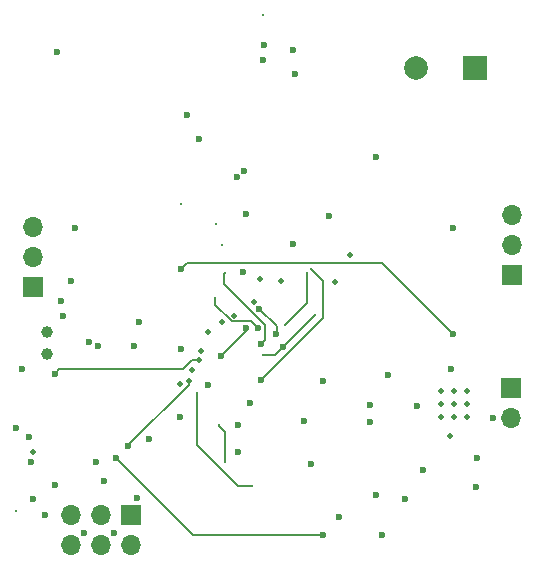
<source format=gbr>
%TF.GenerationSoftware,KiCad,Pcbnew,8.0.5*%
%TF.CreationDate,2024-10-25T00:02:52-07:00*%
%TF.ProjectId,Vanguard_new,56616e67-7561-4726-945f-6e65772e6b69,rev?*%
%TF.SameCoordinates,Original*%
%TF.FileFunction,Copper,L3,Inr*%
%TF.FilePolarity,Positive*%
%FSLAX46Y46*%
G04 Gerber Fmt 4.6, Leading zero omitted, Abs format (unit mm)*
G04 Created by KiCad (PCBNEW 8.0.5) date 2024-10-25 00:02:52*
%MOMM*%
%LPD*%
G01*
G04 APERTURE LIST*
%TA.AperFunction,ComponentPad*%
%ADD10O,1.700000X1.700000*%
%TD*%
%TA.AperFunction,ComponentPad*%
%ADD11R,1.700000X1.700000*%
%TD*%
%TA.AperFunction,ComponentPad*%
%ADD12C,1.000000*%
%TD*%
%TA.AperFunction,HeatsinkPad*%
%ADD13C,0.500000*%
%TD*%
%TA.AperFunction,ComponentPad*%
%ADD14C,2.000000*%
%TD*%
%TA.AperFunction,ComponentPad*%
%ADD15R,2.000000X2.000000*%
%TD*%
%TA.AperFunction,ViaPad*%
%ADD16C,0.600000*%
%TD*%
%TA.AperFunction,ViaPad*%
%ADD17C,0.500000*%
%TD*%
%TA.AperFunction,ViaPad*%
%ADD18C,0.300000*%
%TD*%
%TA.AperFunction,Conductor*%
%ADD19C,0.200000*%
%TD*%
G04 APERTURE END LIST*
D10*
%TO.N,GND*%
%TO.C,J6*%
X378459520Y-19590063D03*
D11*
%TO.N,VBUS_out*%
X378459520Y-17050063D03*
%TD*%
%TO.N,RST*%
%TO.C,J2*%
X346298854Y-27867491D03*
D10*
%TO.N,Net-(J2-Pin_2)*%
X346298854Y-30407491D03*
%TO.N,Net-(J2-Pin_3)*%
X343758854Y-27867491D03*
%TO.N,UPDI*%
X343758854Y-30407491D03*
%TO.N,GND*%
X341218854Y-27867491D03*
%TO.N,Net-(J2-Pin_6)*%
X341218854Y-30407491D03*
%TD*%
D12*
%TO.N,Net-(U6-XOUT32{slash}CLKSEL1)*%
%TO.C,Y1*%
X339162500Y-12340000D03*
%TO.N,Net-(U6-XIN32)*%
X339162500Y-14240000D03*
%TD*%
D10*
%TO.N,GND*%
%TO.C,J4*%
X378500000Y-2445001D03*
%TO.N,+5V*%
X378500000Y-4985000D03*
D11*
%TO.N,STAR_SERVO*%
X378500000Y-7525000D03*
%TD*%
D10*
%TO.N,GND*%
%TO.C,J5*%
X338000000Y-3460001D03*
%TO.N,+5V*%
X338000000Y-6000000D03*
D11*
%TO.N,PORT_SERVO*%
X338000000Y-8540000D03*
%TD*%
D13*
%TO.N,unconnected-(U8-PAD-Pad17)*%
%TO.C,U8*%
X372494733Y-19550000D03*
X374694733Y-19550000D03*
X373594733Y-19549999D03*
X372494734Y-18450000D03*
X373594733Y-18450000D03*
X374694732Y-18450000D03*
X373594733Y-17350001D03*
X372494733Y-17350000D03*
X374694733Y-17350000D03*
%TD*%
D14*
%TO.N,Net-(BZ1--)*%
%TO.C,BZ1*%
X370370785Y10000000D03*
D15*
%TO.N,+5V*%
X375370785Y10000000D03*
%TD*%
D16*
%TO.N,Net-(J2-Pin_6)*%
X350391145Y-19500000D03*
%TO.N,RST*%
X359110624Y-13610624D03*
%TO.N,VBUS_out*%
X338000000Y-26500000D03*
%TO.N,GND*%
X336550000Y-20500000D03*
X337638854Y-21197491D03*
D17*
%TO.N,VBUS_out*%
X338000000Y-22500000D03*
D16*
%TO.N,SDA*%
X358500000Y-12500000D03*
X357130294Y-10400000D03*
D18*
%TO.N,TX0*%
X361146447Y-7353553D03*
X359285176Y-11714824D03*
D17*
%TO.N,SDA*%
X356673997Y-9828427D03*
D16*
%TO.N,GND*%
X363000000Y-2500000D03*
D17*
%TO.N,SCL*%
X358987826Y-7999697D03*
D16*
X340375735Y-9713235D03*
%TO.N,SDA*%
X340500000Y-11000000D03*
D18*
%TO.N,UPDI*%
X354199123Y-7353553D03*
D16*
X357298854Y-13357492D03*
%TO.N,GND*%
X368000000Y-16000000D03*
X355992540Y-2343687D03*
X355741403Y-7233386D03*
X337000000Y-15500000D03*
X342742500Y-13160000D03*
%TO.N,RST*%
X346950000Y-11500000D03*
X343500000Y-13500000D03*
%TO.N,GND*%
X341162500Y-8062500D03*
D18*
%TO.N,RST*%
X353379891Y-9500000D03*
D16*
X357009999Y-12000000D03*
%TO.N,Net-(D2-K)*%
X355990001Y-12000000D03*
X353898854Y-14367491D03*
D18*
%TO.N,RX0*%
X361500000Y-7000000D03*
D16*
X357298854Y-16377491D03*
%TO.N,PORT_SERVO*%
X360000000Y-4900000D03*
D18*
%TO.N,STAR_SERVO*%
X354000000Y-4976967D03*
D17*
%TO.N,STAR_RED*%
X363573514Y-8100000D03*
X364825735Y-5825735D03*
D18*
%TO.N,RST*%
X357406371Y-14269973D03*
X361860624Y-10860624D03*
%TO.N,PORT_GREEN*%
X353492016Y-3234656D03*
X350500000Y-1500000D03*
D16*
%TO.N,GND*%
X373500000Y-3500000D03*
X341500000Y-3500000D03*
%TO.N,+5V*%
X373500000Y-12500000D03*
X350500000Y-7000000D03*
%TO.N,D5*%
X357442500Y10670000D03*
X360169534Y9500000D03*
%TO.N,D4*%
X357500000Y12000000D03*
X360000000Y11500000D03*
D18*
%TO.N,D7*%
X357442500Y14480000D03*
D16*
X355815687Y1315687D03*
%TO.N,CD*%
X355250000Y750000D03*
X352000000Y4000000D03*
%TO.N,GND*%
X340000000Y11340000D03*
X351000000Y6000000D03*
%TO.N,RST*%
X360870000Y-19905000D03*
X375589999Y-22982042D03*
%TO.N,PA3{slash}SS*%
X366500000Y-20000000D03*
D17*
%TO.N,PA0{slash}MISO*%
X357192580Y-7844051D03*
D16*
X366500000Y-18500000D03*
D17*
%TO.N,PA2{slash}SCK*%
X354000000Y-11500000D03*
D16*
X362500000Y-16500000D03*
%TO.N,GND*%
X350500000Y-13763449D03*
D17*
%TO.N,Net-(D1-I{slash}O1)*%
X352198854Y-13955102D03*
D16*
%TO.N,GND*%
X367000000Y-26109998D03*
X373372273Y-15500000D03*
X370500000Y-18574670D03*
D17*
X373269733Y-21144543D03*
D16*
X376907807Y-19601777D03*
D17*
%TO.N,Net-(J2-Pin_3)*%
X351150173Y-16449994D03*
D16*
X346000000Y-22000000D03*
%TO.N,GND*%
X343987500Y-24987500D03*
X339000000Y-27867491D03*
%TO.N,VBUS_out*%
X362500000Y-29500000D03*
X345000000Y-23000000D03*
D17*
%TO.N,TX0*%
X352798854Y-12367491D03*
D16*
X352798854Y-16867491D03*
D17*
%TO.N,Net-(D1-I{slash}O2)*%
X352000000Y-14729994D03*
D16*
X339798854Y-15867491D03*
%TO.N,VBUS_out*%
X337798854Y-23367491D03*
X339798854Y-25317491D03*
D18*
%TO.N,Net-(D2-K)*%
X351848854Y-17500000D03*
X356478854Y-25367491D03*
%TO.N,Net-(D3-K)*%
X353748854Y-20242492D03*
X354250000Y-23360001D03*
D16*
%TO.N,RST*%
X355298854Y-22467491D03*
X355348854Y-20242491D03*
X346798854Y-26367491D03*
D17*
%TO.N,Net-(J2-Pin_2)*%
X351423119Y-15598654D03*
D16*
X347791416Y-21360053D03*
%TO.N,UPDI*%
X356298854Y-18367491D03*
X344798854Y-29367491D03*
D17*
%TO.N,Net-(J2-Pin_6)*%
X350391145Y-16702738D03*
D16*
X342298854Y-29367491D03*
%TO.N,Net-(D1-I{slash}O1)*%
X343298854Y-23367491D03*
%TO.N,GND*%
X366975785Y2450000D03*
X375500000Y-25500000D03*
X371000000Y-24000000D03*
X361500000Y-23500000D03*
X367500000Y-29500000D03*
%TO.N,Net-(U5-FB)*%
X363859999Y-28037252D03*
X369500000Y-26500000D03*
D17*
%TO.N,PA3{slash}SS*%
X355000000Y-11000000D03*
D16*
%TO.N,GND*%
X346500000Y-13500000D03*
D18*
X336500000Y-27500000D03*
%TD*%
D19*
%TO.N,SDA*%
X358600000Y-11869706D02*
X358600000Y-12400000D01*
X358600000Y-12400000D02*
X358500000Y-12500000D01*
X357130294Y-10400000D02*
X358600000Y-11869706D01*
%TO.N,RST*%
X359110624Y-13610624D02*
X361860624Y-10860624D01*
X358451275Y-14269973D02*
X359110624Y-13610624D01*
%TO.N,UPDI*%
X354138419Y-7414257D02*
X354199123Y-7353553D01*
X354138419Y-8279891D02*
X354138419Y-7414257D01*
X357609999Y-11751471D02*
X354138419Y-8279891D01*
X357298854Y-13357492D02*
X357609999Y-13046347D01*
X357609999Y-13046347D02*
X357609999Y-11751471D01*
%TO.N,TX0*%
X361146447Y-7353553D02*
X361146447Y-9853553D01*
X361146447Y-9853553D02*
X359285176Y-11714824D01*
%TO.N,RST*%
X356409999Y-11400000D02*
X357009999Y-12000000D01*
X355600000Y-11400000D02*
X356409999Y-11400000D01*
X353379891Y-9500000D02*
X353379891Y-10016288D01*
X353379891Y-10016288D02*
X354813603Y-11450000D01*
X354813603Y-11450000D02*
X355550000Y-11450000D01*
X355550000Y-11450000D02*
X355600000Y-11400000D01*
%TO.N,Net-(D3-K)*%
X353748854Y-20317491D02*
X353748854Y-20242492D01*
X354250000Y-20818637D02*
X353748854Y-20317491D01*
X354250000Y-23360001D02*
X354250000Y-20818637D01*
%TO.N,Net-(D2-K)*%
X356000000Y-12000000D02*
X355990001Y-12000000D01*
X356000000Y-12266345D02*
X356000000Y-12000000D01*
X353898854Y-14367491D02*
X356000000Y-12266345D01*
%TO.N,RX0*%
X362500000Y-11176345D02*
X357298854Y-16377491D01*
X362500000Y-8000000D02*
X362500000Y-11176345D01*
X361500000Y-7000000D02*
X362500000Y-8000000D01*
%TO.N,+5V*%
X367500000Y-6500000D02*
X373500000Y-12500000D01*
X351000000Y-6500000D02*
X367500000Y-6500000D01*
X350500000Y-7000000D02*
X351000000Y-6500000D01*
%TO.N,RST*%
X357406371Y-14269973D02*
X358451275Y-14269973D01*
%TO.N,Net-(D2-K)*%
X351848854Y-21928767D02*
X351848854Y-17500000D01*
X356478854Y-25367491D02*
X355287578Y-25367491D01*
X355287578Y-25367491D02*
X351848854Y-21928767D01*
%TO.N,Net-(D1-I{slash}O2)*%
X340191553Y-15474792D02*
X339798854Y-15867491D01*
X352000000Y-14729994D02*
X351443249Y-14729994D01*
X351443249Y-14729994D02*
X350698451Y-15474792D01*
X350698451Y-15474792D02*
X340191553Y-15474792D01*
%TO.N,Net-(J2-Pin_3)*%
X351150173Y-16792239D02*
X351150173Y-16449994D01*
X346000000Y-21942412D02*
X351150173Y-16792239D01*
X346000000Y-22000000D02*
X346000000Y-21942412D01*
%TO.N,VBUS_out*%
X351500000Y-29500000D02*
X362500000Y-29500000D01*
X345000000Y-23000000D02*
X351500000Y-29500000D01*
%TD*%
M02*

</source>
